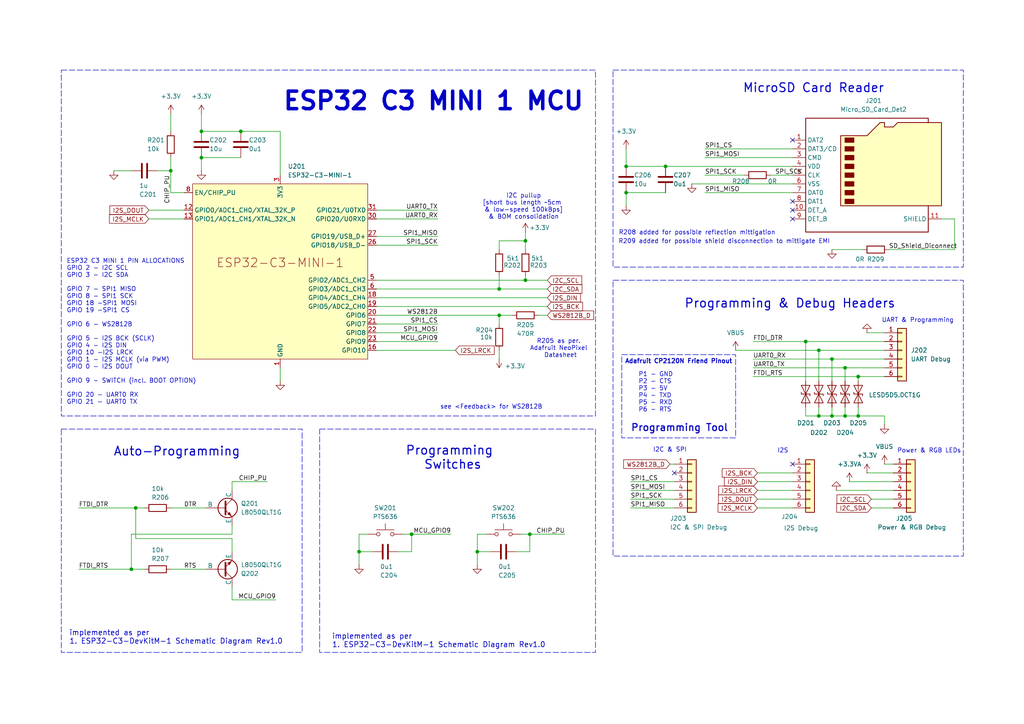
<source format=kicad_sch>
(kicad_sch (version 20231120) (generator "eeschema") (generator_version "8.0")
  (paper "A4")
  (title_block (title "BASM SOUNDCARD") (rev "1") (company "BUCHAREST APPLIED STEAM MUSEUM") (comment 1 "Changed SD Card to Model w. Chip Detection"))
  (lib_symbols
    (symbol "Connector:Micro_SD_Card_Det2"
      (property "Reference" "J" (at -16.51 17.78 0))
      (property "Value" "Micro_SD_Card_Det2" (at 16.51 17.78 0))
      (symbol "Micro_SD_Card_Det2_0_1"
        (rectangle (start -7.62 -6.985) (end -5.08 -8.255) (stroke (width 0.254)) (fill (type outline)))
        (rectangle (start -7.62 -4.445) (end -5.08 -5.715) (stroke (width 0.254)) (fill (type outline)))
        (rectangle (start -7.62 -1.905) (end -5.08 -3.175) (stroke (width 0.254)) (fill (type outline)))
        (rectangle (start -7.62 0.635) (end -5.08 -0.635) (stroke (width 0.254)) (fill (type outline)))
        (rectangle (start -7.62 3.175) (end -5.08 1.905) (stroke (width 0.254)) (fill (type outline)))
        (rectangle (start -7.62 5.715) (end -5.08 4.445) (stroke (width 0.254)) (fill (type outline)))
        (rectangle (start -7.62 8.255) (end -5.08 6.985) (stroke (width 0.254)) (fill (type outline)))
        (rectangle (start -7.62 10.795) (end -5.08 9.525) (stroke (width 0.254)) (fill (type outline)))
        (polyline (pts (xy 16.51 15.24) (xy 16.51 16.51) (xy -19.05 16.51) (xy -19.05 -16.51) (xy 16.51 -16.51) (xy 16.51 -8.89)) (stroke (width 0.254)))
        (polyline (pts (xy -8.89 -8.89) (xy -8.89 11.43) (xy -1.27 11.43) (xy 2.54 15.24) (xy 3.81 15.24) (xy 3.81 13.97) (xy 6.35 13.97) (xy 7.62 15.24) (xy 20.32 15.24) (xy 20.32 -8.89) (xy -8.89 -8.89)) (stroke (width 0.254)) (fill (type background)))
      )
      (symbol "Micro_SD_Card_Det2_1_1"
        (pin bidirectional line (at -22.86 10.16 0) (length 3.81) (name "DAT2") (number "1"))
        (pin passive line (at -22.86 -10.16 0) (length 3.81) (name "DET_A") (number "10"))
        (pin passive line (at 20.32 -12.7 180) (length 3.81) (name "SHIELD") (number "11"))
        (pin bidirectional line (at -22.86 7.62 0) (length 3.81) (name "DAT3/CD") (number "2"))
        (pin input line (at -22.86 5.08 0) (length 3.81) (name "CMD") (number "3"))
        (pin power_in line (at -22.86 2.54 0) (length 3.81) (name "VDD") (number "4"))
        (pin input line (at -22.86 0 0) (length 3.81) (name "CLK") (number "5"))
        (pin power_in line (at -22.86 -2.54 0) (length 3.81) (name "VSS") (number "6"))
        (pin bidirectional line (at -22.86 -5.08 0) (length 3.81) (name "DAT0") (number "7"))
        (pin bidirectional line (at -22.86 -7.62 0) (length 3.81) (name "DAT1") (number "8"))
        (pin passive line (at -22.86 -12.7 0) (length 3.81) (name "DET_B") (number "9"))
      )
    )
    (symbol "Connector_Generic:Conn_01x06" (pin_names (offset 1.016) hide)
      (property "Reference" "J" (at 0 7.62 0))
      (property "Value" "Conn_01x06" (at 0 -10.16 0))
      (symbol "Conn_01x06_1_1"
        (rectangle (start -1.27 -7.493) (end 0 -7.747) (stroke (width 0.1524)))
        (rectangle (start -1.27 -4.953) (end 0 -5.207) (stroke (width 0.1524)))
        (rectangle (start -1.27 -2.413) (end 0 -2.667) (stroke (width 0.1524)))
        (rectangle (start -1.27 0.127) (end 0 -0.127) (stroke (width 0.1524)))
        (rectangle (start -1.27 2.667) (end 0 2.413) (stroke (width 0.1524)))
        (rectangle (start -1.27 5.207) (end 0 4.953) (stroke (width 0.1524)))
        (rectangle (start -1.27 6.35) (end 1.27 -8.89) (stroke (width 0.254)) (fill (type background)))
        (pin passive line (at -5.08 5.08 0) (length 3.81) (name "Pin_1") (number "1"))
        (pin passive line (at -5.08 2.54 0) (length 3.81) (name "Pin_2") (number "2"))
        (pin passive line (at -5.08 0 0) (length 3.81) (name "Pin_3") (number "3"))
        (pin passive line (at -5.08 -2.54 0) (length 3.81) (name "Pin_4") (number "4"))
        (pin passive line (at -5.08 -5.08 0) (length 3.81) (name "Pin_5") (number "5"))
        (pin passive line (at -5.08 -7.62 0) (length 3.81) (name "Pin_6") (number "6"))
      )
    )
    (symbol "Device:C" (pin_numbers hide) (pin_names (offset 0.254))
      (property "Reference" "C" (at 0.635 2.54 0))
      (property "Value" "C" (at 0.635 -2.54 0))
      (symbol "C_0_1"
        (polyline (pts (xy -2.032 -0.762) (xy 2.032 -0.762)) (stroke (width 0.508)))
        (polyline (pts (xy -2.032 0.762) (xy 2.032 0.762)) (stroke (width 0.508)))
      )
      (symbol "C_1_1"
        (pin passive line (at 0 3.81 270) (length 2.794) (name "~") (number "1"))
        (pin passive line (at 0 -3.81 90) (length 2.794) (name "~") (number "2"))
      )
    )
    (symbol "Device:R" (pin_numbers hide) (pin_names (offset 0))
      (property "Reference" "R" (at 2.032 0 90))
      (property "Value" "R" (at 0 0 90))
      (symbol "R_0_1"
        (rectangle (start -1.016 -2.54) (end 1.016 2.54) (stroke (width 0.254)))
      )
      (symbol "R_1_1"
        (pin passive line (at 0 3.81 270) (length 1.27) (name "~") (number "1"))
        (pin passive line (at 0 -3.81 90) (length 1.27) (name "~") (number "2"))
      )
    )
    (symbol "Diode:ESD9B5.0ST5G" (pin_numbers hide) (pin_names (offset 1.016) hide)
      (property "Reference" "D" (at 0 2.54 0))
      (property "Value" "ESD9B5.0ST5G" (at 0 -2.54 0))
      (symbol "ESD9B5.0ST5G_0_1"
        (polyline (pts (xy 1.27 0) (xy -1.27 0)))
        (polyline (pts (xy -2.54 -1.27) (xy 0 0) (xy -2.54 1.27) (xy -2.54 -1.27)) (stroke (width 0.2032)))
        (polyline (pts (xy 0.508 1.27) (xy 0 1.27) (xy 0 -1.27) (xy -0.508 -1.27)) (stroke (width 0.2032)))
        (polyline (pts (xy 2.54 1.27) (xy 2.54 -1.27) (xy 0 0) (xy 2.54 1.27)) (stroke (width 0.2032)))
      )
      (symbol "ESD9B5.0ST5G_1_1"
        (pin passive line (at -3.81 0 0) (length 2.54) (name "A1") (number "1"))
        (pin passive line (at 3.81 0 180) (length 2.54) (name "A2") (number "2"))
      )
    )
    (symbol "PCM_Espressif:ESP32-C3-MINI-1"
      (property "Reference" "U" (at -25.4 30.48 0))
      (property "Value" "ESP32-C3-MINI-1" (at -25.4 27.94 0))
      (symbol "ESP32-C3-MINI-1_0_0"
        (text "ESP32-C3-MINI-1" (at 0 2.54 0) (effects (font (size 2.54 2.54))))
      )
      (symbol "ESP32-C3-MINI-1_0_1"
        (rectangle (start -25.4 25.4) (end 25.4 -25.4) (fill (type background)))
      )
      (symbol "ESP32-C3-MINI-1_1_1"
        (pin power_in line (at 0 -27.94 90) (length 2.54) (name "GND") (number "1"))
        (pin no_connect line (at -25.4 2.54 0) (length 2.54) hide (name "NC") (number "10"))
        (pin passive line (at 0 -27.94 90) (length 2.54) hide (name "GND") (number "11"))
        (pin bidirectional line (at -27.94 17.78 0) (length 2.54) (name "GPIO0/ADC1_CH0/XTAL_32K_P") (number "12"))
        (pin bidirectional line (at -27.94 15.24 0) (length 2.54) (name "GPIO1/ADC1_CH1/XTAL_32K_N") (number "13"))
        (pin passive line (at 0 -27.94 90) (length 2.54) hide (name "GND") (number "14"))
        (pin no_connect line (at -25.4 0 0) (length 2.54) hide (name "NC") (number "15"))
        (pin bidirectional line (at 27.94 -22.86 180) (length 2.54) (name "GPIO10") (number "16"))
        (pin no_connect line (at -25.4 -2.54 0) (length 2.54) hide (name "NC") (number "17"))
        (pin bidirectional line (at 27.94 -7.62 180) (length 2.54) (name "GPIO4/ADC1_CH4") (number "18"))
        (pin bidirectional line (at 27.94 -10.16 180) (length 2.54) (name "GPIO5/ADC2_CH0") (number "19"))
        (pin passive line (at 0 -27.94 90) (length 2.54) hide (name "GND") (number "2"))
        (pin bidirectional line (at 27.94 -12.7 180) (length 2.54) (name "GPIO6") (number "20"))
        (pin bidirectional line (at 27.94 -15.24 180) (length 2.54) (name "GPIO7") (number "21"))
        (pin bidirectional line (at 27.94 -17.78 180) (length 2.54) (name "GPIO8") (number "22"))
        (pin bidirectional line (at 27.94 -20.32 180) (length 2.54) (name "GPIO9") (number "23"))
        (pin no_connect line (at -25.4 -5.08 0) (length 2.54) hide (name "NC") (number "24"))
        (pin no_connect line (at -25.4 -7.62 0) (length 2.54) hide (name "NC") (number "25"))
        (pin bidirectional line (at 27.94 7.62 180) (length 2.54) (name "GPIO18/USB_D-") (number "26"))
        (pin bidirectional line (at 27.94 10.16 180) (length 2.54) (name "GPIO19/USB_D+") (number "27"))
        (pin no_connect line (at -25.4 -10.16 0) (length 2.54) hide (name "NC") (number "28"))
        (pin no_connect line (at -25.4 -12.7 0) (length 2.54) hide (name "NC") (number "29"))
        (pin power_in line (at 0 27.94 270) (length 2.54) (name "3V3") (number "3"))
        (pin bidirectional line (at 27.94 15.24 180) (length 2.54) (name "GPIO20/U0RXD") (number "30"))
        (pin bidirectional line (at 27.94 17.78 180) (length 2.54) (name "GPIO21/U0TXD") (number "31"))
        (pin no_connect line (at -25.4 -15.24 0) (length 2.54) hide (name "NC") (number "32"))
        (pin no_connect line (at -25.4 -17.78 0) (length 2.54) hide (name "NC") (number "33"))
        (pin no_connect line (at -25.4 -20.32 0) (length 2.54) hide (name "NC") (number "34"))
        (pin no_connect line (at -25.4 -22.86 0) (length 2.54) hide (name "NC") (number "35"))
        (pin passive line (at 0 -27.94 90) (length 2.54) hide (name "GND") (number "36"))
        (pin passive line (at 0 -27.94 90) (length 2.54) hide (name "GND") (number "37"))
        (pin passive line (at 0 -27.94 90) (length 2.54) hide (name "GND") (number "38"))
        (pin passive line (at 0 -27.94 90) (length 2.54) hide (name "GND") (number "39"))
        (pin no_connect line (at -25.4 10.16 0) (length 2.54) hide (name "NC") (number "4"))
        (pin passive line (at 0 -27.94 90) (length 2.54) hide (name "GND") (number "40"))
        (pin passive line (at 0 -27.94 90) (length 2.54) hide (name "GND") (number "41"))
        (pin passive line (at 0 -27.94 90) (length 2.54) hide (name "GND") (number "42"))
        (pin passive line (at 0 -27.94 90) (length 2.54) hide (name "GND") (number "43"))
        (pin passive line (at 0 -27.94 90) (length 2.54) hide (name "GND") (number "44"))
        (pin passive line (at 0 -27.94 90) (length 2.54) hide (name "GND") (number "45"))
        (pin passive line (at 0 -27.94 90) (length 2.54) hide (name "GND") (number "46"))
        (pin passive line (at 0 -27.94 90) (length 2.54) hide (name "GND") (number "47"))
        (pin passive line (at 0 -27.94 90) (length 2.54) hide (name "GND") (number "48"))
        (pin passive line (at 0 -27.94 90) (length 2.54) hide (name "GND") (number "49"))
        (pin bidirectional line (at 27.94 -2.54 180) (length 2.54) (name "GPIO2/ADC1_CH2") (number "5"))
        (pin passive line (at 0 -27.94 90) (length 2.54) hide (name "GND") (number "50"))
        (pin passive line (at 0 -27.94 90) (length 2.54) hide (name "GND") (number "51"))
        (pin passive line (at 0 -27.94 90) (length 2.54) hide (name "GND") (number "52"))
        (pin passive line (at 0 -27.94 90) (length 2.54) hide (name "GND") (number "53"))
        (pin bidirectional line (at 27.94 -5.08 180) (length 2.54) (name "GPIO3/ADC1_CH3") (number "6"))
        (pin no_connect line (at -25.4 7.62 0) (length 2.54) hide (name "NC") (number "7"))
        (pin input line (at -27.94 22.86 0) (length 2.54) (name "EN/CHIP_PU") (number "8"))
        (pin no_connect line (at -25.4 5.08 0) (length 2.54) hide (name "NC") (number "9"))
      )
    )
    (symbol "Simulation_SPICE:NPN" (pin_numbers hide) (pin_names (offset 0))
      (property "Reference" "Q" (at -2.54 7.62 0))
      (property "Value" "NPN" (at -2.54 5.08 0))
      (symbol "NPN_0_1"
        (polyline (pts (xy -2.54 0) (xy 0.635 0)) (stroke (width 0.1524)))
        (polyline (pts (xy 0.635 0.635) (xy 2.54 2.54)))
        (polyline (pts (xy 2.794 -1.27) (xy 2.794 -1.27)) (stroke (width 0.1524)))
        (polyline (pts (xy 2.794 -1.27) (xy 2.794 -1.27)) (stroke (width 0.1524)))
        (polyline (pts (xy 0.635 -0.635) (xy 2.54 -2.54) (xy 2.54 -2.54)))
        (polyline (pts (xy 0.635 1.905) (xy 0.635 -1.905) (xy 0.635 -1.905)) (stroke (width 0.508)))
        (polyline (pts (xy 1.27 -1.778) (xy 1.778 -1.27) (xy 2.286 -2.286) (xy 1.27 -1.778) (xy 1.27 -1.778)) (fill (type outline)))
        (circle (center 1.27 0) (radius 2.8194) (stroke (width 0.254)))
      )
      (symbol "NPN_1_1"
        (pin open_collector line (at 2.54 5.08 270) (length 2.54) (name "C") (number "1"))
        (pin input line (at -5.08 0 0) (length 2.54) (name "B") (number "2"))
        (pin open_emitter line (at 2.54 -5.08 90) (length 2.54) (name "E") (number "3"))
      )
    )
    (symbol "Switch:SW_MEC_5G" (pin_numbers hide) (pin_names (offset 1.016) hide)
      (property "Reference" "SW" (at 1.27 2.54 0))
      (property "Value" "SW_MEC_5G" (at 0 -1.524 0))
      (symbol "SW_MEC_5G_0_1"
        (circle (center -2.032 0) (radius 0.508))
        (polyline (pts (xy 0 1.27) (xy 0 3.048)))
        (polyline (pts (xy 2.54 1.27) (xy -2.54 1.27)))
        (circle (center 2.032 0) (radius 0.508))
        (pin passive line (at -5.08 0 0) (length 2.54) (name "A") (number "1"))
        (pin passive line (at 5.08 0 180) (length 2.54) (name "B") (number "3"))
      )
      (symbol "SW_MEC_5G_1_1"
        (pin passive line (at -5.08 0 0) (length 2.54) hide (name "A") (number "2"))
        (pin passive line (at 5.08 0 180) (length 2.54) hide (name "B") (number "4"))
      )
    )
    (symbol "power:+3.3V" (power) (pin_numbers hide) (pin_names (offset 0) hide)
      (property "Value" "+3.3V" (at 0 3.556 0))
      (symbol "+3.3V_0_1"
        (polyline (pts (xy -0.762 1.27) (xy 0 2.54)))
        (polyline (pts (xy 0 0) (xy 0 2.54)))
        (polyline (pts (xy 0 2.54) (xy 0.762 1.27)))
      )
      (symbol "+3.3V_1_1"
        (pin power_in line (at 0 0 90) (length 0) (name "~") (number "1"))
      )
    )
    (symbol "power:+3.3VA" (power) (pin_numbers hide) (pin_names (offset 0) hide)
      (property "Value" "+3.3VA" (at 0 3.556 0))
      (symbol "+3.3VA_0_1"
        (polyline (pts (xy -0.762 1.27) (xy 0 2.54)))
        (polyline (pts (xy 0 0) (xy 0 2.54)))
        (polyline (pts (xy 0 2.54) (xy 0.762 1.27)))
      )
      (symbol "+3.3VA_1_1"
        (pin power_in line (at 0 0 90) (length 0) (name "~") (number "1"))
      )
    )
    (symbol "power:GND" (power) (pin_numbers hide) (pin_names (offset 0) hide)
      (property "Value" "GND" (at 0 -3.81 0))
      (symbol "GND_0_1"
        (polyline (pts (xy 0 0) (xy 0 -1.27) (xy 1.27 -1.27) (xy 0 -2.54) (xy -1.27 -1.27) (xy 0 -1.27)))
      )
      (symbol "GND_1_1"
        (pin power_in line (at 0 0 270) (length 0) (name "~") (number "1"))
      )
    )
    (symbol "power:VBUS" (power) (pin_numbers hide) (pin_names (offset 0) hide)
      (property "Value" "VBUS" (at 0 3.556 0))
      (symbol "VBUS_0_1"
        (polyline (pts (xy -0.762 1.27) (xy 0 2.54)))
        (polyline (pts (xy 0 0) (xy 0 2.54)))
        (polyline (pts (xy 0 2.54) (xy 0.762 1.27)))
      )
      (symbol "VBUS_1_1"
        (pin power_in line (at 0 0 90) (length 0) (name "~") (number "1"))
      )
    )
  )
  (junction (at 181.61 48.26))
  (junction (at 152.4 69.85))
  (junction (at 138.43 160.02))
  (junction (at 181.61 55.88))
  (junction (at 144.78 83.82))
  (junction (at 241.3 104.14))
  (junction (at 58.42 38.1))
  (junction (at 245.11 106.68))
  (junction (at 49.53 49.53))
  (junction (at 233.68 99.06))
  (junction (at 39.37 147.32))
  (junction (at 248.92 120.65))
  (junction (at 193.04 48.26))
  (junction (at 104.14 160.02))
  (junction (at 69.85 38.1))
  (junction (at 237.49 101.6))
  (junction (at 119.38 154.94))
  (junction (at 245.11 120.65))
  (junction (at 152.4 81.28))
  (junction (at 241.3 120.65))
  (junction (at 237.49 120.65))
  (junction (at 153.67 154.94))
  (junction (at 58.42 45.72))
  (junction (at 248.92 109.22))
  (junction (at 38.1 165.1))
  (junction (at 144.78 91.44))
  (no_connect (at 229.87 40.64))
  (no_connect (at 195.58 137.16))
  (no_connect (at 229.87 60.96))
  (no_connect (at 229.87 63.5))
  (no_connect (at 229.87 58.42))
  (no_connect (at 229.87 134.62))
  (wire (pts (xy 181.61 55.88) (xy 181.61 59.69)))
  (wire (pts (xy 33.02 49.53) (xy 38.1 49.53)))
  (wire (pts (xy 218.44 99.06) (xy 233.68 99.06)))
  (wire (pts (xy 276.86 63.5) (xy 273.05 63.5)))
  (wire (pts (xy 245.11 120.65) (xy 241.3 120.65)))
  (wire (pts (xy 67.31 160.02) (xy 67.31 156.21)))
  (wire (pts (xy 144.78 72.39) (xy 144.78 69.85)))
  (wire (pts (xy 104.14 160.02) (xy 107.95 160.02)))
  (wire (pts (xy 219.71 142.24) (xy 229.87 142.24)))
  (wire (pts (xy 109.22 91.44) (xy 144.78 91.44)))
  (wire (pts (xy 115.57 160.02) (xy 119.38 160.02)))
  (wire (pts (xy 152.4 80.01) (xy 152.4 81.28)))
  (wire (pts (xy 193.04 48.26) (xy 229.87 48.26)))
  (wire (pts (xy 242.57 142.24) (xy 259.08 142.24)))
  (wire (pts (xy 251.46 96.52) (xy 256.54 96.52)))
  (wire (pts (xy 158.75 83.82) (xy 144.78 83.82)))
  (wire (pts (xy 237.49 120.65) (xy 241.3 120.65)))
  (wire (pts (xy 39.37 147.32) (xy 41.91 147.32)))
  (wire (pts (xy 149.86 160.02) (xy 153.67 160.02)))
  (wire (pts (xy 158.75 91.44) (xy 156.21 91.44)))
  (wire (pts (xy 67.31 173.99) (xy 80.01 173.99)))
  (wire (pts (xy 81.28 38.1) (xy 69.85 38.1)))
  (wire (pts (xy 81.28 50.8) (xy 81.28 38.1)))
  (wire (pts (xy 256.54 120.65) (xy 256.54 123.19)))
  (wire (pts (xy 119.38 160.02) (xy 119.38 154.94)))
  (wire (pts (xy 194.31 134.62) (xy 195.58 134.62)))
  (wire (pts (xy 109.22 63.5) (xy 127 63.5)))
  (wire (pts (xy 181.61 48.26) (xy 193.04 48.26)))
  (wire (pts (xy 233.68 118.11) (xy 233.68 120.65)))
  (wire (pts (xy 251.46 137.16) (xy 259.08 137.16)))
  (wire (pts (xy 223.52 50.8) (xy 229.87 50.8)))
  (wire (pts (xy 67.31 142.24) (xy 67.31 139.7)))
  (wire (pts (xy 248.92 118.11) (xy 248.92 120.65)))
  (wire (pts (xy 252.73 147.32) (xy 259.08 147.32)))
  (wire (pts (xy 67.31 170.18) (xy 67.31 173.99)))
  (wire (pts (xy 245.11 106.68) (xy 256.54 106.68)))
  (wire (pts (xy 218.44 106.68) (xy 245.11 106.68)))
  (wire (pts (xy 252.73 144.78) (xy 259.08 144.78)))
  (wire (pts (xy 49.53 147.32) (xy 59.69 147.32)))
  (wire (pts (xy 58.42 33.02) (xy 58.42 38.1)))
  (wire (pts (xy 158.75 88.9) (xy 109.22 88.9)))
  (wire (pts (xy 182.88 147.32) (xy 195.58 147.32)))
  (wire (pts (xy 276.86 72.39) (xy 276.86 63.5)))
  (wire (pts (xy 138.43 154.94) (xy 140.97 154.94)))
  (wire (pts (xy 219.71 137.16) (xy 229.87 137.16)))
  (wire (pts (xy 233.68 99.06) (xy 233.68 110.49)))
  (wire (pts (xy 49.53 165.1) (xy 59.69 165.1)))
  (wire (pts (xy 158.75 86.36) (xy 109.22 86.36)))
  (wire (pts (xy 182.88 144.78) (xy 195.58 144.78)))
  (wire (pts (xy 43.18 63.5) (xy 53.34 63.5)))
  (wire (pts (xy 218.44 104.14) (xy 241.3 104.14)))
  (wire (pts (xy 22.86 147.32) (xy 39.37 147.32)))
  (wire (pts (xy 248.92 120.65) (xy 245.11 120.65)))
  (wire (pts (xy 158.75 81.28) (xy 152.4 81.28)))
  (wire (pts (xy 219.71 147.32) (xy 229.87 147.32)))
  (wire (pts (xy 248.92 109.22) (xy 248.92 110.49)))
  (wire (pts (xy 109.22 60.96) (xy 127 60.96)))
  (wire (pts (xy 245.11 118.11) (xy 245.11 120.65)))
  (wire (pts (xy 181.61 43.18) (xy 181.61 48.26)))
  (wire (pts (xy 109.22 71.12) (xy 127 71.12)))
  (wire (pts (xy 45.72 49.53) (xy 49.53 49.53)))
  (wire (pts (xy 38.1 154.94) (xy 38.1 165.1)))
  (wire (pts (xy 246.38 139.7) (xy 259.08 139.7)))
  (wire (pts (xy 104.14 154.94) (xy 106.68 154.94)))
  (wire (pts (xy 219.71 139.7) (xy 229.87 139.7)))
  (wire (pts (xy 219.71 144.78) (xy 229.87 144.78)))
  (wire (pts (xy 81.28 106.68) (xy 81.28 110.49)))
  (wire (pts (xy 138.43 160.02) (xy 138.43 154.94)))
  (wire (pts (xy 22.86 165.1) (xy 38.1 165.1)))
  (wire (pts (xy 58.42 45.72) (xy 58.42 49.53)))
  (wire (pts (xy 39.37 156.21) (xy 39.37 147.32)))
  (wire (pts (xy 144.78 101.6) (xy 144.78 104.14)))
  (wire (pts (xy 237.49 118.11) (xy 237.49 120.65)))
  (wire (pts (xy 144.78 91.44) (xy 144.78 93.98)))
  (wire (pts (xy 38.1 165.1) (xy 41.91 165.1)))
  (wire (pts (xy 119.38 154.94) (xy 130.81 154.94)))
  (wire (pts (xy 67.31 154.94) (xy 38.1 154.94)))
  (wire (pts (xy 43.18 60.96) (xy 53.34 60.96)))
  (wire (pts (xy 237.49 101.6) (xy 237.49 110.49)))
  (wire (pts (xy 182.88 142.24) (xy 195.58 142.24)))
  (wire (pts (xy 204.47 55.88) (xy 229.87 55.88)))
  (wire (pts (xy 109.22 83.82) (xy 144.78 83.82)))
  (wire (pts (xy 49.53 49.53) (xy 49.53 45.72)))
  (wire (pts (xy 109.22 93.98) (xy 127 93.98)))
  (wire (pts (xy 241.3 104.14) (xy 256.54 104.14)))
  (wire (pts (xy 109.22 96.52) (xy 127 96.52)))
  (wire (pts (xy 49.53 49.53) (xy 49.53 55.88)))
  (wire (pts (xy 67.31 152.4) (xy 67.31 154.94)))
  (wire (pts (xy 241.3 104.14) (xy 241.3 110.49)))
  (wire (pts (xy 67.31 156.21) (xy 39.37 156.21)))
  (wire (pts (xy 248.92 109.22) (xy 256.54 109.22)))
  (wire (pts (xy 233.68 120.65) (xy 237.49 120.65)))
  (wire (pts (xy 218.44 109.22) (xy 248.92 109.22)))
  (wire (pts (xy 213.36 101.6) (xy 237.49 101.6)))
  (wire (pts (xy 49.53 33.02) (xy 49.53 38.1)))
  (wire (pts (xy 119.38 154.94) (xy 116.84 154.94)))
  (wire (pts (xy 138.43 160.02) (xy 138.43 163.83)))
  (wire (pts (xy 200.66 53.34) (xy 229.87 53.34)))
  (wire (pts (xy 109.22 99.06) (xy 127 99.06)))
  (wire (pts (xy 153.67 154.94) (xy 163.83 154.94)))
  (wire (pts (xy 153.67 154.94) (xy 151.13 154.94)))
  (wire (pts (xy 233.68 99.06) (xy 256.54 99.06)))
  (wire (pts (xy 138.43 160.02) (xy 142.24 160.02)))
  (wire (pts (xy 152.4 67.31) (xy 152.4 69.85)))
  (wire (pts (xy 67.31 139.7) (xy 77.47 139.7)))
  (wire (pts (xy 237.49 101.6) (xy 256.54 101.6)))
  (wire (pts (xy 245.11 106.68) (xy 245.11 110.49)))
  (wire (pts (xy 104.14 160.02) (xy 104.14 154.94)))
  (wire (pts (xy 241.3 118.11) (xy 241.3 120.65)))
  (wire (pts (xy 58.42 45.72) (xy 69.85 45.72)))
  (wire (pts (xy 53.34 55.88) (xy 49.53 55.88)))
  (wire (pts (xy 58.42 38.1) (xy 69.85 38.1)))
  (wire (pts (xy 204.47 43.18) (xy 229.87 43.18)))
  (wire (pts (xy 204.47 50.8) (xy 215.9 50.8)))
  (wire (pts (xy 256.54 134.62) (xy 259.08 134.62)))
  (wire (pts (xy 241.3 72.39) (xy 250.19 72.39)))
  (wire (pts (xy 182.88 139.7) (xy 195.58 139.7)))
  (wire (pts (xy 144.78 83.82) (xy 144.78 80.01)))
  (wire (pts (xy 144.78 91.44) (xy 148.59 91.44)))
  (wire (pts (xy 132.08 101.6) (xy 109.22 101.6)))
  (wire (pts (xy 104.14 160.02) (xy 104.14 163.83)))
  (wire (pts (xy 153.67 160.02) (xy 153.67 154.94)))
  (wire (pts (xy 109.22 81.28) (xy 152.4 81.28)))
  (wire (pts (xy 144.78 69.85) (xy 152.4 69.85)))
  (wire (pts (xy 181.61 55.88) (xy 193.04 55.88)))
  (wire (pts (xy 257.81 72.39) (xy 276.86 72.39)))
  (wire (pts (xy 256.54 120.65) (xy 248.92 120.65)))
  (wire (pts (xy 109.22 68.58) (xy 127 68.58)))
  (wire (pts (xy 152.4 72.39) (xy 152.4 69.85)))
  (wire (pts (xy 204.47 45.72) (xy 229.87 45.72)))
  (rectangle (start 180.34 102.87) (end 213.36 127) (stroke (width 0) (type dash)))
  (rectangle (start 92.71 124.46) (end 172.72 189.23) (stroke (width 0) (type dash)))
  (rectangle (start 177.8 20.32) (end 279.4 77.47) (stroke (width 0) (type dash)))
  (rectangle (start 17.78 20.32) (end 172.72 120.65) (stroke (width 0) (type dash)))
  (rectangle (start 177.8 81.28) (end 279.4 161.29) (stroke (width 0) (type dash)))
  (rectangle (start 17.78 124.46) (end 87.63 189.23) (stroke (width 0) (type dash)))
  (text "I2C & SPI" (at 194.31 130.556 0) (effects (font (size 1.27 1.27))))
  (text "Auto-Programming" (at 51.308 131.064 0) (effects (font (size 2.54 2.54) (thickness 0.3175))))
  (text "Adafruit CP2120N Friend Pinout" (at 196.85 104.902 0) (effects (font (size 1.27 1.27) (thickness 0.254) (bold yes))))
  (text "Programming \nSwitches" (at 131.318 132.842 0) (effects (font (size 2.54 2.54) (thickness 0.3175))))
  (text "implemented as per \n1. ESP32-C3-DevKitM-1 Schematic Diagram Rev1.0" (at 96.266 185.928 0) (effects (font (size 1.524 1.524) (thickness 0.1905)) (justify left)))
  (text "R205 as per. \nAdafruit NeoPixel \nDatasheet" (at 162.56 101.092 0) (effects (font (size 1.27 1.27))))
  (text "ESP32 C3 MINI 1 PIN ALLOCATIONS\nGPIO 2 - I2C SCL\nGPIO 3 - I2C SDA\n\nGPIO 7 - SPI1 MISO\nGPIO 8 - SPI1 SCK\nGPIO 18 -SPI1 MOSI\nGPIO 19 -SPI1 CS\n\nGPIO 6 - WS2812B\n\nGPIO 5 - I2S BCK (SCLK)\nGPIO 4 - I2S DIN\nGPIO 10 -I2S LRCK\nGPIO 1 - I2S MCLK (via PWM)\nGPIO 0 - I2S DOUT\n\nGPIO 9 - SWITCH (incl. BOOT OPTION)\n\nGPIO 20 - UART0 RX\nGPIO 21 - UART0 TX\n" (at 19.304 96.266 0) (effects (font (size 1.27 1.27)) (justify left)))
  (text "R209 added for possible shield disconnection to mittigate EMI" (at 210.058 70.104 0) (effects (font (size 1.27 1.27))))
  (text "I2S\n" (at 227.076 130.81 0) (effects (font (size 1.27 1.27))))
  (text "UART & Programming" (at 266.192 92.964 0) (effects (font (size 1.27 1.27))))
  (text "implemented as per \n1. ESP32-C3-DevKitM-1 Schematic Diagram Rev1.0" (at 20.066 184.912 0) (effects (font (size 1.524 1.524) (thickness 0.1905)) (justify left)))
  (text "R208 added for possible reflection mittigation" (at 202.184 67.564 0) (effects (font (size 1.27 1.27))))
  (text "ESP32 C3 MINI 1 MCU" (at 125.73 29.464 0) (effects (font (size 5.08 5.08) (thickness 1.016) (bold yes))))
  (text "MicroSD Card Reader" (at 235.966 25.654 0) (effects (font (size 2.54 2.54) (thickness 0.3175))))
  (text "I2C pullup\n[short bus length ~5cm \n& low-speed 100kBps]\n& BOM consolidation" (at 151.892 59.944 0) (effects (font (size 1.27 1.27))))
  (text "Programming Tool" (at 197.104 124.206 0) (effects (font (size 2.032 2.032) (thickness 0.3175))))
  (text "P1 - GND \nP2 - CTS\nP3 - 5V  \nP4 - TXD \nP5 - RXD \nP6 - RTS " (at 185.166 113.792 0) (effects (font (size 1.27 1.27)) (justify left)))
  (text "Power & RGB LEDs\n" (at 269.494 130.81 0) (effects (font (size 1.27 1.27))))
  (text "see <Feedback> for WS2812B\n\n" (at 142.494 119.126 0) (effects (font (size 1.27 1.27))))
  (text "Programming & Debug Headers\n" (at 229.108 88.138 0) (effects (font (size 2.54 2.54) (thickness 0.3175))))
  (label "FTDI_RTS" (at 218.44 109.22 0))
  (label "SPI1_MISO" (at 182.88 147.32 0))
  (label "CHIP_PU" (at 77.47 139.7 180))
  (label "SPI1_SCK" (at 127 71.12 180))
  (label "UART0_TX" (at 127 60.96 180))
  (label "DTR" (at 53.34 147.32 0))
  (label "SPI_SCK" (at 224.79 50.8 0))
  (label "UART0_RX" (at 218.44 104.14 0))
  (label "FTDI_DTR" (at 22.86 147.32 0))
  (label "CHIP_PU" (at 49.53 50.8 270))
  (label "SPI1_SCK" (at 204.47 50.8 0))
  (label "RTS" (at 53.34 165.1 0))
  (label "MCU_GPIO9" (at 130.81 154.94 180))
  (label "SPI1_SCK" (at 182.88 144.78 0))
  (label "MCU_GPIO9" (at 127 99.06 180))
  (label "FTDI_RTS" (at 22.86 165.1 0))
  (label "CHIP_PU" (at 163.83 154.94 180))
  (label "SD_Shield_Diconnect" (at 257.81 72.39 0))
  (label "UART0_TX" (at 218.44 106.68 0))
  (label "SPI1_MISO" (at 204.47 55.88 0))
  (label "SPI1_MOSI" (at 182.88 142.24 0))
  (label "SPI1_MOSI" (at 127 96.52 180))
  (label "SPI1_CS" (at 204.47 43.18 0))
  (label "FTDI_DTR" (at 218.44 99.06 0))
  (label "SPI1_MISO" (at 127 68.58 180))
  (label "MCU_GPIO9" (at 80.01 173.99 180))
  (label "WS2812B" (at 127 91.44 180))
  (label "SPI1_CS" (at 182.88 139.7 0))
  (label "SPI1_CS" (at 127 93.98 180))
  (label "SPI1_MOSI" (at 204.47 45.72 0))
  (label "UART0_RX" (at 127 63.5 180))
  (global_label "I2C_SCL" (shape input) (at 158.75 81.28 0) (property "Intersheetrefs" "${INTERSHEET_REFS}" (effects (hide yes))))
  (global_label "I2S_LRCK" (shape input) (at 132.08 101.6 0) (property "Intersheetrefs" "${INTERSHEET_REFS}" (effects (hide yes))))
  (global_label "I2S_DOUT" (shape input) (at 43.18 60.96 180) (property "Intersheetrefs" "${INTERSHEET_REFS}" (effects (hide yes))))
  (global_label "I2S_BCK" (shape input) (at 158.75 88.9 0) (property "Intersheetrefs" "${INTERSHEET_REFS}" (effects (hide yes))))
  (global_label "I2S_DIN" (shape input) (at 158.75 86.36 0) (property "Intersheetrefs" "${INTERSHEET_REFS}" (effects (hide yes))))
  (global_label "I2C_SDA" (shape input) (at 252.73 147.32 180) (property "Intersheetrefs" "${INTERSHEET_REFS}" (effects (hide yes))))
  (global_label "WS2812B_D" (shape input) (at 194.31 134.62 180) (property "Intersheetrefs" "${INTERSHEET_REFS}" (effects (hide yes))))
  (global_label "I2S_LRCK" (shape input) (at 219.71 142.24 180) (property "Intersheetrefs" "${INTERSHEET_REFS}" (effects (hide yes))))
  (global_label "I2S_DOUT" (shape input) (at 219.71 144.78 180) (property "Intersheetrefs" "${INTERSHEET_REFS}" (effects (hide yes))))
  (global_label "WS2812B_D" (shape input) (at 158.75 91.44 0) (property "Intersheetrefs" "${INTERSHEET_REFS}" (effects (hide yes))))
  (global_label "I2S_MCLK" (shape input) (at 219.71 147.32 180) (property "Intersheetrefs" "${INTERSHEET_REFS}" (effects (hide yes))))
  (global_label "I2S_DIN" (shape input) (at 219.71 139.7 180) (property "Intersheetrefs" "${INTERSHEET_REFS}" (effects (hide yes))))
  (global_label "I2S_MCLK" (shape input) (at 43.18 63.5 180) (property "Intersheetrefs" "${INTERSHEET_REFS}" (effects (hide yes))))
  (global_label "I2C_SCL" (shape input) (at 252.73 144.78 180) (property "Intersheetrefs" "${INTERSHEET_REFS}" (effects (hide yes))))
  (global_label "I2S_BCK" (shape input) (at 219.71 137.16 180) (property "Intersheetrefs" "${INTERSHEET_REFS}" (effects (hide yes))))
  (global_label "I2C_SDA" (shape input) (at 158.75 83.82 0) (property "Intersheetrefs" "${INTERSHEET_REFS}" (effects (hide yes))))
  (symbol (lib_id "power:GND") (at 104.14 163.83 0) (unit 1)
    (property "Reference" "#PWR055" (effects (hide yes)))
    (property "Value" "GND" (effects (hide yes)))
    (property "Description" "Power symbol creates a global label with name \"GND\" , ground" (effects (hide yes)))
  )
  (symbol (lib_id "power:+3.3V") (at 251.46 137.16 0) (unit 1)
    (property "Reference" "#PWR016" (effects (hide yes)))
    (property "Value" "+3.3V" (at 251.46 132.08 0))
    (property "Description" "Power symbol creates a global label with name \"+3.3V\"" (effects (hide yes)))
  )
  (symbol (lib_id "power:+3.3V") (at 152.4 67.31 0) (mirror y) (unit 1)
    (property "Reference" "#PWR09" (effects (hide yes)))
    (property "Value" "+3.3V" (at 156.464 66.04 0))
    (property "Description" "Power symbol creates a global label with name \"+3.3V\"" (effects (hide yes)))
  )
  (symbol (lib_id "power:GND") (at 251.46 96.52 0) (mirror x) (unit 1)
    (property "Reference" "#PWR013" (effects (hide yes)))
    (property "Value" "GND" (effects (hide yes)))
    (property "Description" "Power symbol creates a global label with name \"GND\" , ground" (effects (hide yes)))
  )
  (symbol (lib_id "Connector_Generic:Conn_01x06") (at 200.66 139.7 0) (unit 1)
    (property "Reference" "J203" (at 194.31 150.368 0) (effects (justify left)))
    (property "Value" "I2C & SPI Debug" (at 194.31 152.908 0) (effects (justify left)))
    (property "Footprint" "Connector_PinHeader_2.54mm:PinHeader_1x06_P2.54mm_Vertical_SMD_Pin1Right" (effects (hide yes)))
    (property "Description" "Generic connector, single row, 01x06, script generated (kicad-library-utils/schlib/autogen/connector/)" (effects (hide yes)))
  )
  (symbol (lib_id "PCM_Espressif:ESP32-C3-MINI-1") (at 81.28 78.74 0) (unit 1)
    (property "Reference" "U201" (at 83.4741 48.26 0) (effects (justify left)))
    (property "Value" "ESP32-C3-MINI-1" (at 83.4741 50.8 0) (effects (justify left)))
    (property "Footprint" "PCM_Espressif:ESP32-C3-MINI-1" (effects (hide yes)))
    (property "Datasheet" "https://www.espressif.com/sites/default/files/documentation/esp32-c3-mini-1_datasheet_en.pdf" (effects (hide yes)))
    (property "Description" "ESP32-C3-MINI-1 family is an ultra-low-power MCU-based SoC solution that supports 2.4 GHz Wi-Fi and Bluetooth®Low Energy (Bluetooth LE)." (effects (hide yes)))
  )
  (symbol (lib_id "Connector_Generic:Conn_01x06") (at 264.16 139.7 0) (unit 1)
    (property "Reference" "J205" (at 259.842 150.368 0) (effects (justify left)))
    (property "Value" "Power & RGB Debug" (at 254.508 152.908 0) (effects (justify left)))
    (property "Footprint" "Connector_PinHeader_2.54mm:PinHeader_1x06_P2.54mm_Vertical_SMD_Pin1Right" (effects (hide yes)))
    (property "Description" "Generic connector, single row, 01x06, script generated (kicad-library-utils/schlib/autogen/connector/)" (effects (hide yes)))
  )
  (symbol (lib_id "Device:C") (at 146.05 160.02 270) (unit 1)
    (property "Reference" "C205" (at 144.526 166.878 90) (effects (justify left)))
    (property "Value" "0u1" (at 144.526 164.338 90) (effects (justify left)))
    (property "Footprint" "Capacitor_SMD:C_0402_1005Metric" (effects (hide yes)))
    (property "Description" "Unpolarized capacitor" (effects (hide yes)))
  )
  (symbol (lib_id "power:+3.3V") (at 49.53 33.02 0) (unit 1)
    (property "Reference" "#PWR01" (effects (hide yes)))
    (property "Value" "+3.3V" (at 49.53 27.94 0))
    (property "Description" "Power symbol creates a global label with name \"+3.3V\"" (effects (hide yes)))
  )
  (symbol (lib_id "Device:R") (at 152.4 91.44 270) (unit 1)
    (property "Reference" "R205" (at 152.4 94.234 90))
    (property "Value" "470R" (at 152.4 96.774 90))
    (property "Footprint" "Resistor_SMD:R_0402_1005Metric" (effects (hide yes)))
    (property "Description" "Resistor" (effects (hide yes)))
  )
  (symbol (lib_id "Switch:SW_MEC_5G") (at 111.76 154.94 0) (unit 1)
    (property "Reference" "SW201" (at 111.76 147.32 0))
    (property "Value" "PTS636" (at 111.76 149.86 0))
    (property "Footprint" "Button_Switch_SMD:SW_Tactile_SPST_NO_Straight_CK_PTS636Sx25SMTRLFS" (effects (hide yes)))
    (property "Datasheet" "http://www.apem.com/int/index.php?controller=attachment&id_attachment=488" (effects (hide yes)))
    (property "Description" "MEC 5G single pole normally-open tactile switch" (effects (hide yes)))
  )
  (symbol (lib_id "Device:C") (at 41.91 49.53 270) (unit 1)
    (property "Reference" "C201" (at 40.386 56.388 90) (effects (justify left)))
    (property "Value" "1u" (at 40.386 53.848 90) (effects (justify left)))
    (property "Footprint" "Capacitor_SMD:C_0402_1005Metric" (effects (hide yes)))
    (property "Description" "Unpolarized capacitor" (effects (hide yes)))
  )
  (symbol (lib_id "power:GND") (at 81.28 110.49 0) (unit 1)
    (property "Reference" "#PWR05" (effects (hide yes)))
    (property "Value" "GND" (effects (hide yes)))
    (property "Description" "Power symbol creates a global label with name \"GND\" , ground" (effects (hide yes)))
  )
  (symbol (lib_id "power:+3.3V") (at 58.42 33.02 0) (unit 1)
    (property "Reference" "#PWR03" (effects (hide yes)))
    (property "Value" "+3.3V" (at 58.42 27.94 0))
    (property "Description" "Power symbol creates a global label with name \"+3.3V\"" (effects (hide yes)))
  )
  (symbol (lib_id "Device:R") (at 49.53 41.91 180) (unit 1)
    (property "Reference" "R201" (at 42.672 40.64 0) (effects (justify right)))
    (property "Value" "10k" (at 42.672 43.18 0) (effects (justify right)))
    (property "Footprint" "Resistor_SMD:R_0402_1005Metric" (effects (hide yes)))
    (property "Description" "Resistor" (effects (hide yes)))
  )
  (symbol (lib_id "Connector_Generic:Conn_01x06") (at 234.95 139.7 0) (unit 1)
    (property "Reference" "J204" (at 226.568 149.86 0) (effects (justify left)))
    (property "Value" "I2S Debug" (at 227.33 153.162 0) (effects (justify left)))
    (property "Footprint" "Connector_PinHeader_2.54mm:PinHeader_1x06_P2.54mm_Vertical_SMD_Pin1Right" (effects (hide yes)))
    (property "Description" "Generic connector, single row, 01x06, script generated (kicad-library-utils/schlib/autogen/connector/)" (effects (hide yes)))
  )
  (symbol (lib_id "power:GND") (at 242.57 142.24 0) (mirror x) (unit 1)
    (property "Reference" "#PWR07" (effects (hide yes)))
    (property "Value" "GND" (effects (hide yes)))
    (property "Description" "Power symbol creates a global label with name \"GND\" , ground" (effects (hide yes)))
  )
  (symbol (lib_id "power:+3.3VA") (at 246.38 139.7 0) (unit 1)
    (property "Reference" "#PWR010" (effects (hide yes)))
    (property "Value" "+3.3VA" (at 246.38 134.62 0))
    (property "Description" "Power symbol creates a global label with name \"+3.3VA\"" (effects (hide yes)))
  )
  (symbol (lib_id "Device:C") (at 58.42 41.91 0) (unit 1)
    (property "Reference" "C202" (at 60.706 40.64 0) (effects (justify left)))
    (property "Value" "10u" (at 60.706 43.18 0) (effects (justify left)))
    (property "Footprint" "Capacitor_SMD:C_0603_1608Metric" (effects (hide yes)))
    (property "Description" "Unpolarized capacitor" (effects (hide yes)))
  )
  (symbol (lib_id "power:+3.3V") (at 181.61 43.18 0) (unit 1)
    (property "Reference" "#PWR050" (effects (hide yes)))
    (property "Value" "+3.3V" (at 181.61 38.1 0))
    (property "Description" "Power symbol creates a global label with name \"+3.3V\"" (effects (hide yes)))
  )
  (symbol (lib_id "Device:C") (at 111.76 160.02 270) (unit 1)
    (property "Reference" "C204" (at 110.236 166.878 90) (effects (justify left)))
    (property "Value" "0u1" (at 110.236 164.338 90) (effects (justify left)))
    (property "Footprint" "Capacitor_SMD:C_0402_1005Metric" (effects (hide yes)))
    (property "Description" "Unpolarized capacitor" (effects (hide yes)))
  )
  (symbol (lib_id "Device:R") (at 45.72 165.1 90) (unit 1)
    (property "Reference" "R207" (at 43.942 162.052 90) (effects (justify right)))
    (property "Value" "10k" (at 43.942 159.512 90) (effects (justify right)))
    (property "Footprint" "Resistor_SMD:R_0402_1005Metric" (effects (hide yes)))
    (property "Description" "Resistor" (effects (hide yes)))
  )
  (symbol (lib_id "power:+3.3V") (at 144.78 104.14 0) (mirror x) (unit 1)
    (property "Reference" "#PWR06" (effects (hide yes)))
    (property "Value" "+3.3V" (at 149.352 106.172 0))
    (property "Description" "Power symbol creates a global label with name \"+3.3V\"" (effects (hide yes)))
  )
  (symbol (lib_id "Device:R") (at 219.71 50.8 270) (unit 1)
    (property "Reference" "R208" (at 214.884 52.578 90))
    (property "Value" "0R" (at 224.028 52.578 90))
    (property "Footprint" "Resistor_SMD:R_0805_2012Metric" (effects (hide yes)))
    (property "Description" "Resistor" (effects (hide yes)))
  )
  (symbol (lib_id "Device:C") (at 69.85 41.91 0) (unit 1)
    (property "Reference" "C203" (at 72.136 40.64 0) (effects (justify left)))
    (property "Value" "0u1" (at 72.136 43.18 0) (effects (justify left)))
    (property "Footprint" "Capacitor_SMD:C_0402_1005Metric" (effects (hide yes)))
    (property "Description" "Unpolarized capacitor" (effects (hide yes)))
  )
  (symbol (lib_id "Device:R") (at 45.72 147.32 90) (unit 1)
    (property "Reference" "R206" (at 43.942 144.272 90) (effects (justify right)))
    (property "Value" "10k" (at 43.942 141.732 90) (effects (justify right)))
    (property "Footprint" "Resistor_SMD:R_0402_1005Metric" (effects (hide yes)))
    (property "Description" "Resistor" (effects (hide yes)))
  )
  (symbol (lib_id "Device:C") (at 181.61 52.07 0) (unit 1)
    (property "Reference" "C206" (at 183.896 50.8 0) (effects (justify left)))
    (property "Value" "10u" (at 183.896 53.34 0) (effects (justify left)))
    (property "Footprint" "Capacitor_SMD:C_0603_1608Metric" (effects (hide yes)))
    (property "Description" "Unpolarized capacitor" (effects (hide yes)))
  )
  (symbol (lib_id "power:VBUS") (at 256.54 134.62 0) (unit 1)
    (property "Reference" "#PWR017" (effects (hide yes)))
    (property "Value" "VBUS" (at 256.54 129.54 0))
    (property "Description" "Power symbol creates a global label with name \"VBUS\"" (effects (hide yes)))
  )
  (symbol (lib_id "Connector:Micro_SD_Card_Det2") (at 252.73 50.8 0) (unit 1)
    (property "Reference" "J201" (at 253.365 29.21 0))
    (property "Value" "Micro_SD_Card_Det2" (at 253.365 31.75 0))
    (property "Footprint" "Connector_Card:microSD_HC_Hirose_DM3AT-SF-PEJM5" (effects (hide yes)))
    (property "Datasheet" "https://www.hirose.com/en/product/document?clcode=&productname=&series=DM3&documenttype=Catalog&lang=en&documentid=D49662_en" (effects (hide yes)))
    (property "Description" "Micro SD Card Socket with two card detection pins" (effects (hide yes)))
  )
  (symbol (lib_id "Diode:ESD9B5.0ST5G") (at 248.92 114.3 90) (unit 1)
    (property "Reference" "D205" (at 246.38 122.682 90) (effects (justify right)))
    (property "Value" "LESD5D5.0CT1G" (effects (hide yes)))
    (property "Footprint" "Diode_SMD:D_SOD-523" (effects (hide yes)))
    (property "Datasheet" "https://www.onsemi.com/pub/Collateral/ESD9B-D.PDF" (effects (hide yes)))
    (property "Description" "ESD protection diode, 5.0Vrwm, SOD-923" (effects (hide yes)))
  )
  (symbol (lib_id "Device:C") (at 193.04 52.07 0) (unit 1)
    (property "Reference" "C207" (at 195.326 50.8 0) (effects (justify left)))
    (property "Value" "0u1" (at 195.326 53.34 0) (effects (justify left)))
    (property "Footprint" "Capacitor_SMD:C_0402_1005Metric" (effects (hide yes)))
    (property "Description" "Unpolarized capacitor" (effects (hide yes)))
  )
  (symbol (lib_id "power:GND") (at 33.02 49.53 0) (unit 1)
    (property "Reference" "#PWR02" (effects (hide yes)))
    (property "Value" "GND" (effects (hide yes)))
    (property "Description" "Power symbol creates a global label with name \"GND\" , ground" (effects (hide yes)))
  )
  (symbol (lib_id "Simulation_SPICE:NPN") (at 64.77 165.1 0) (mirror x) (unit 1)
    (property "Reference" "Q202" (at 69.85 166.3701 0) (effects (justify left)))
    (property "Value" "L8050QLT1G" (at 69.85 163.8301 0) (effects (justify left)))
    (property "Footprint" "Package_TO_SOT_SMD:SOT-23" (effects (hide yes)))
    (property "Datasheet" "https://ngspice.sourceforge.io/docs/ngspice-html-manual/manual.xhtml#cha_BJTs" (effects (hide yes)))
    (property "Description" "Bipolar transistor symbol for simulation only, substrate tied to the emitter" (effects (hide yes)))
    (property "Sim.Device" "NPN" (effects (hide yes)))
    (property "Sim.Type" "GUMMELPOON" (effects (hide yes)))
    (property "Sim.Pins" "1=C 2=B 3=E" (effects (hide yes)))
  )
  (symbol (lib_id "Device:R") (at 254 72.39 270) (unit 1)
    (property "Reference" "R209" (at 254 75.184 90))
    (property "Value" "0R" (at 249.428 75.184 90))
    (property "Footprint" "Resistor_SMD:R_0805_2012Metric" (effects (hide yes)))
    (property "Description" "Resistor" (effects (hide yes)))
  )
  (symbol (lib_id "power:GND") (at 138.43 163.83 0) (unit 1)
    (property "Reference" "#PWR054" (effects (hide yes)))
    (property "Value" "GND" (effects (hide yes)))
    (property "Description" "Power symbol creates a global label with name \"GND\" , ground" (effects (hide yes)))
  )
  (symbol (lib_id "Diode:ESD9B5.0ST5G") (at 241.3 114.3 90) (unit 1)
    (property "Reference" "D203" (at 238.76 122.682 90) (effects (justify right)))
    (property "Value" "LESD5D5.0CT1G" (effects (hide yes)))
    (property "Footprint" "Diode_SMD:D_SOD-523" (effects (hide yes)))
    (property "Datasheet" "https://www.onsemi.com/pub/Collateral/ESD9B-D.PDF" (effects (hide yes)))
    (property "Description" "ESD protection diode, 5.0Vrwm, SOD-923" (effects (hide yes)))
  )
  (symbol (lib_id "power:GND") (at 200.66 53.34 0) (unit 1)
    (property "Reference" "#PWR08" (effects (hide yes)))
    (property "Value" "GND" (effects (hide yes)))
    (property "Description" "Power symbol creates a global label with name \"GND\" , ground" (effects (hide yes)))
  )
  (symbol (lib_id "Diode:ESD9B5.0ST5G") (at 237.49 114.3 90) (unit 1)
    (property "Reference" "D202" (at 234.95 125.476 90) (effects (justify right)))
    (property "Value" "LESD5D5.0CT1G" (effects (hide yes)))
    (property "Footprint" "Diode_SMD:D_SOD-523" (effects (hide yes)))
    (property "Datasheet" "https://www.onsemi.com/pub/Collateral/ESD9B-D.PDF" (effects (hide yes)))
    (property "Description" "ESD protection diode, 5.0Vrwm, SOD-923" (effects (hide yes)))
  )
  (symbol (lib_id "Device:R") (at 144.78 97.79 180) (unit 1)
    (property "Reference" "R204" (at 137.922 95.758 0) (effects (justify right)))
    (property "Value" "10k" (at 139.192 97.79 0) (effects (justify right)))
    (property "Footprint" "Resistor_SMD:R_0402_1005Metric" (effects (hide yes)))
    (property "Description" "Resistor" (effects (hide yes)))
  )
  (symbol (lib_id "power:GND") (at 58.42 49.53 0) (unit 1)
    (property "Reference" "#PWR0101" (effects (hide yes)))
    (property "Value" "GND" (effects (hide yes)))
    (property "Description" "Power symbol creates a global label with name \"GND\" , ground" (effects (hide yes)))
  )
  (symbol (lib_id "Diode:ESD9B5.0ST5G") (at 245.11 114.3 90) (unit 1)
    (property "Reference" "D204" (at 242.57 125.476 90) (effects (justify right)))
    (property "Value" "LESD5D5.0CT1G" (effects (hide yes)))
    (property "Footprint" "Diode_SMD:D_SOD-523" (effects (hide yes)))
    (property "Datasheet" "https://www.onsemi.com/pub/Collateral/ESD9B-D.PDF" (effects (hide yes)))
    (property "Description" "ESD protection diode, 5.0Vrwm, SOD-923" (effects (hide yes)))
  )
  (symbol (lib_id "power:VBUS") (at 213.36 101.6 0) (unit 1)
    (property "Reference" "#PWR014" (effects (hide yes)))
    (property "Value" "VBUS" (at 213.36 96.52 0))
    (property "Description" "Power symbol creates a global label with name \"VBUS\"" (effects (hide yes)))
  )
  (symbol (lib_id "power:GND") (at 181.61 59.69 0) (unit 1)
    (property "Reference" "#PWR051" (effects (hide yes)))
    (property "Value" "GND" (effects (hide yes)))
    (property "Description" "Power symbol creates a global label with name \"GND\" , ground" (effects (hide yes)))
  )
  (symbol (lib_id "Switch:SW_MEC_5G") (at 146.05 154.94 0) (unit 1)
    (property "Reference" "SW202" (at 146.05 147.32 0))
    (property "Value" "PTS636" (at 146.05 149.86 0))
    (property "Footprint" "Button_Switch_SMD:SW_Tactile_SPST_NO_Straight_CK_PTS636Sx25SMTRLFS" (effects (hide yes)))
    (property "Datasheet" "http://www.apem.com/int/index.php?controller=attachment&id_attachment=488" (effects (hide yes)))
    (property "Description" "MEC 5G single pole normally-open tactile switch" (effects (hide yes)))
  )
  (symbol (lib_id "power:GND") (at 241.3 72.39 0) (unit 1)
    (property "Reference" "#PWR011" (effects (hide yes)))
    (property "Value" "GND" (effects (hide yes)))
    (property "Description" "Power symbol creates a global label with name \"GND\" , ground" (effects (hide yes)))
  )
  (symbol (lib_id "power:GND") (at 256.54 123.19 0) (mirror y) (unit 1)
    (property "Reference" "#PWR015" (effects (hide yes)))
    (property "Value" "GND" (effects (hide yes)))
    (property "Description" "Power symbol creates a global label with name \"GND\" , ground" (effects (hide yes)))
  )
  (symbol (lib_id "Diode:ESD9B5.0ST5G") (at 233.68 114.3 90) (unit 1)
    (property "Reference" "D201" (at 231.14 122.682 90) (effects (justify right)))
    (property "Value" "LESD5D5.0CT1G" (at 251.968 114.554 90) (effects (justify right)))
    (property "Footprint" "Diode_SMD:D_SOD-523" (effects (hide yes)))
    (property "Datasheet" "https://www.onsemi.com/pub/Collateral/ESD9B-D.PDF" (effects (hide yes)))
    (property "Description" "ESD protection diode, 5.0Vrwm, SOD-923" (effects (hide yes)))
  )
  (symbol (lib_id "Connector_Generic:Conn_01x06") (at 261.62 101.6 0) (unit 1)
    (property "Reference" "J202" (at 264.16 101.5999 0) (effects (justify left)))
    (property "Value" "UART Debug" (at 264.16 104.1399 0) (effects (justify left)))
    (property "Footprint" "Connector_PinHeader_2.54mm:PinHeader_1x06_P2.54mm_Vertical_SMD_Pin1Right" (effects (hide yes)))
    (property "Description" "Generic connector, single row, 01x06, script generated (kicad-library-utils/schlib/autogen/connector/)" (effects (hide yes)))
  )
  (symbol (lib_id "Device:R") (at 144.78 76.2 0) (unit 1)
    (property "Reference" "R202" (at 151.13 76.962 0) (effects (justify right)))
    (property "Value" "5k1" (at 150.622 74.93 0) (effects (justify right)))
    (property "Footprint" "Resistor_SMD:R_0402_1005Metric" (effects (hide yes)))
    (property "Description" "Resistor" (effects (hide yes)))
  )
  (symbol (lib_id "Simulation_SPICE:NPN") (at 64.77 147.32 0) (unit 1)
    (property "Reference" "Q201" (at 69.85 146.0499 0) (effects (justify left)))
    (property "Value" "L8050QLT1G" (at 69.85 148.5899 0) (effects (justify left)))
    (property "Footprint" "Package_TO_SOT_SMD:SOT-23" (effects (hide yes)))
    (property "Datasheet" "https://ngspice.sourceforge.io/docs/ngspice-html-manual/manual.xhtml#cha_BJTs" (effects (hide yes)))
    (property "Description" "Bipolar transistor symbol for simulation only, substrate tied to the emitter" (effects (hide yes)))
    (property "Sim.Device" "NPN" (effects (hide yes)))
    (property "Sim.Type" "GUMMELPOON" (effects (hide yes)))
    (property "Sim.Pins" "1=C 2=B 3=E" (effects (hide yes)))
  )
  (symbol (lib_id "Device:R") (at 152.4 76.2 0) (unit 1)
    (property "Reference" "R203" (at 158.75 76.962 0) (effects (justify right)))
    (property "Value" "5k1" (at 157.734 74.93 0) (effects (justify right)))
    (property "Footprint" "Resistor_SMD:R_0402_1005Metric" (effects (hide yes)))
    (property "Description" "Resistor" (effects (hide yes)))
  )
)
</source>
